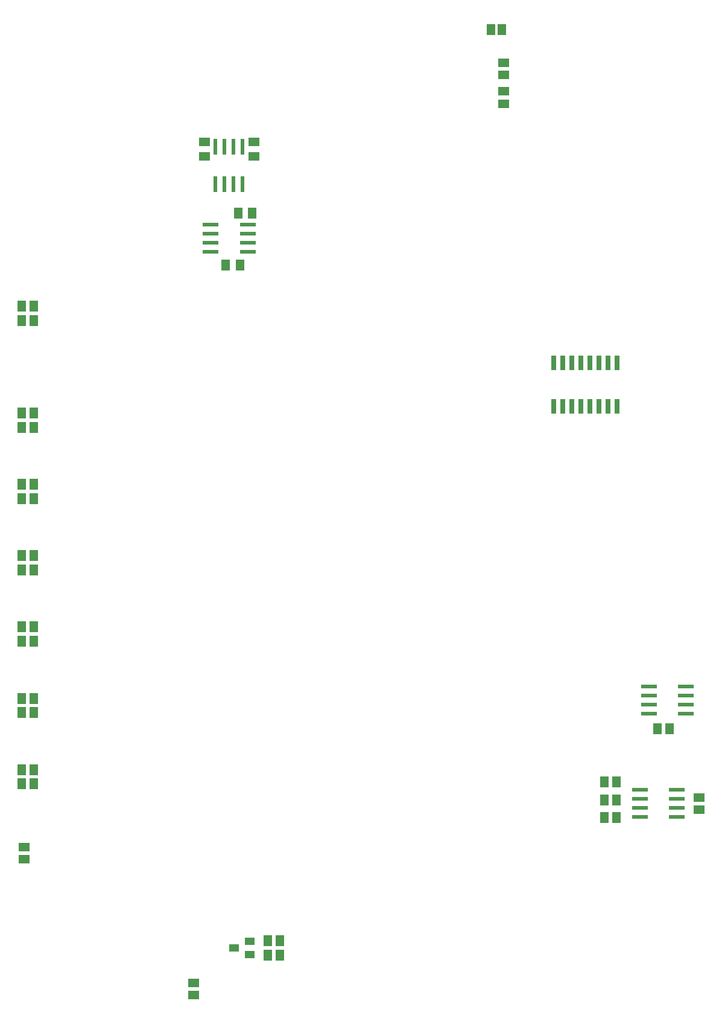
<source format=gtp>
G75*
G70*
%OFA0B0*%
%FSLAX24Y24*%
%IPPOS*%
%LPD*%
%AMOC8*
5,1,8,0,0,1.08239X$1,22.5*
%
%ADD10R,0.0866X0.0236*%
%ADD11R,0.0512X0.0591*%
%ADD12R,0.0240X0.0870*%
%ADD13R,0.0630X0.0512*%
%ADD14R,0.0870X0.0240*%
%ADD15R,0.0512X0.0630*%
%ADD16R,0.0260X0.0800*%
%ADD17R,0.0591X0.0512*%
%ADD18R,0.0551X0.0394*%
%ADD19R,0.0460X0.0630*%
D10*
X039874Y012884D03*
X039874Y013384D03*
X039874Y013884D03*
X039874Y014384D03*
X041922Y014384D03*
X041922Y013884D03*
X041922Y013384D03*
X041922Y012884D03*
X042414Y018593D03*
X042414Y019093D03*
X042414Y019593D03*
X042414Y020093D03*
X040367Y020093D03*
X040367Y019593D03*
X040367Y019093D03*
X040367Y018593D03*
D11*
X040859Y017768D03*
X041528Y017768D03*
X038575Y014815D03*
X038575Y013831D03*
X037906Y013831D03*
X037906Y014815D03*
X037906Y012847D03*
X038575Y012847D03*
X019973Y006056D03*
X019304Y006056D03*
X019304Y005268D03*
X019973Y005268D03*
X006390Y014717D03*
X005721Y014717D03*
X005721Y015504D03*
X006390Y015504D03*
X006390Y018654D03*
X006390Y019441D03*
X005721Y019441D03*
X005721Y018654D03*
X005721Y022591D03*
X005721Y023378D03*
X006390Y023378D03*
X006390Y022591D03*
X006390Y026528D03*
X005721Y026528D03*
X005721Y027315D03*
X006390Y027315D03*
X006390Y030465D03*
X006390Y031252D03*
X005721Y031252D03*
X005721Y030465D03*
X005721Y034402D03*
X006390Y034402D03*
X006390Y035189D03*
X005721Y035189D03*
X005721Y040307D03*
X006390Y040307D03*
X006390Y041095D03*
X005721Y041095D03*
D12*
X016428Y047840D03*
X016928Y047840D03*
X017428Y047840D03*
X017928Y047840D03*
X017928Y049900D03*
X017428Y049900D03*
X016928Y049900D03*
X016428Y049900D03*
D13*
X015800Y050150D03*
X015800Y049363D03*
X018556Y049363D03*
X018556Y050150D03*
D14*
X018208Y045585D03*
X018208Y045085D03*
X018208Y044585D03*
X018208Y044085D03*
X016148Y044085D03*
X016148Y044585D03*
X016148Y045085D03*
X016148Y045585D03*
D15*
X017670Y046213D03*
X018457Y046213D03*
X017768Y043359D03*
X016981Y043359D03*
D16*
X035113Y037974D03*
X035613Y037974D03*
X036113Y037974D03*
X036613Y037974D03*
X037113Y037974D03*
X037613Y037974D03*
X038113Y037974D03*
X038613Y037974D03*
X038613Y035554D03*
X038113Y035554D03*
X037613Y035554D03*
X037113Y035554D03*
X036613Y035554D03*
X036113Y035554D03*
X035613Y035554D03*
X035113Y035554D03*
D17*
X005859Y010544D03*
X005859Y011213D03*
X015209Y003733D03*
X015209Y003063D03*
X043162Y013300D03*
X043162Y013969D03*
X032335Y052276D03*
X032335Y052945D03*
X032335Y053851D03*
X032335Y054520D03*
D18*
X018300Y006036D03*
X017433Y005662D03*
X018300Y005288D03*
D19*
X031641Y056351D03*
X032241Y056351D03*
M02*

</source>
